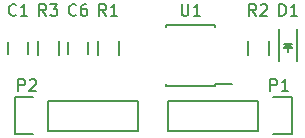
<source format=gbr>
G04 #@! TF.FileFunction,Legend,Top*
%FSLAX46Y46*%
G04 Gerber Fmt 4.6, Leading zero omitted, Abs format (unit mm)*
G04 Created by KiCad (PCBNEW 4.0.0-1rc2.201511201506+6189~38~ubuntu14.04.1-stable) date wo 25 nov 2015 23:52:55 CET*
%MOMM*%
G01*
G04 APERTURE LIST*
%ADD10C,0.100000*%
%ADD11C,0.150000*%
G04 APERTURE END LIST*
D10*
D11*
X251630000Y-132115000D02*
X251630000Y-131970000D01*
X247480000Y-132115000D02*
X247480000Y-131970000D01*
X247480000Y-126965000D02*
X247480000Y-127110000D01*
X251630000Y-126965000D02*
X251630000Y-127110000D01*
X251630000Y-132115000D02*
X247480000Y-132115000D01*
X251630000Y-126965000D02*
X247480000Y-126965000D01*
X251630000Y-131970000D02*
X253030000Y-131970000D01*
X257060000Y-127305000D02*
X257060000Y-130005000D01*
X258560000Y-127305000D02*
X258560000Y-130005000D01*
X257660000Y-128805000D02*
X257910000Y-128805000D01*
X257910000Y-128805000D02*
X257760000Y-128655000D01*
X258160000Y-128555000D02*
X257460000Y-128555000D01*
X257810000Y-128905000D02*
X257810000Y-129255000D01*
X257810000Y-128555000D02*
X258160000Y-128905000D01*
X258160000Y-128905000D02*
X257460000Y-128905000D01*
X257460000Y-128905000D02*
X257810000Y-128555000D01*
X255270000Y-133350000D02*
X247650000Y-133350000D01*
X255270000Y-135890000D02*
X247650000Y-135890000D01*
X258090000Y-136170000D02*
X256540000Y-136170000D01*
X247650000Y-133350000D02*
X247650000Y-135890000D01*
X255270000Y-135890000D02*
X255270000Y-133350000D01*
X256540000Y-133070000D02*
X258090000Y-133070000D01*
X258090000Y-133070000D02*
X258090000Y-136170000D01*
X237490000Y-135890000D02*
X245110000Y-135890000D01*
X237490000Y-133350000D02*
X245110000Y-133350000D01*
X234670000Y-133070000D02*
X236220000Y-133070000D01*
X245110000Y-135890000D02*
X245110000Y-133350000D01*
X237490000Y-133350000D02*
X237490000Y-135890000D01*
X236220000Y-136170000D02*
X234670000Y-136170000D01*
X234670000Y-136170000D02*
X234670000Y-133070000D01*
X234100000Y-128405000D02*
X234100000Y-129405000D01*
X235800000Y-129405000D02*
X235800000Y-128405000D01*
X239180000Y-128405000D02*
X239180000Y-129405000D01*
X240880000Y-129405000D02*
X240880000Y-128405000D01*
X243445000Y-128305000D02*
X243445000Y-129505000D01*
X241695000Y-129505000D02*
X241695000Y-128305000D01*
X254395000Y-129505000D02*
X254395000Y-128305000D01*
X256145000Y-128305000D02*
X256145000Y-129505000D01*
X238365000Y-128305000D02*
X238365000Y-129505000D01*
X236615000Y-129505000D02*
X236615000Y-128305000D01*
X248793095Y-125182381D02*
X248793095Y-125991905D01*
X248840714Y-126087143D01*
X248888333Y-126134762D01*
X248983571Y-126182381D01*
X249174048Y-126182381D01*
X249269286Y-126134762D01*
X249316905Y-126087143D01*
X249364524Y-125991905D01*
X249364524Y-125182381D01*
X250364524Y-126182381D02*
X249793095Y-126182381D01*
X250078809Y-126182381D02*
X250078809Y-125182381D01*
X249983571Y-125325238D01*
X249888333Y-125420476D01*
X249793095Y-125468095D01*
X257071905Y-126182381D02*
X257071905Y-125182381D01*
X257310000Y-125182381D01*
X257452858Y-125230000D01*
X257548096Y-125325238D01*
X257595715Y-125420476D01*
X257643334Y-125610952D01*
X257643334Y-125753810D01*
X257595715Y-125944286D01*
X257548096Y-126039524D01*
X257452858Y-126134762D01*
X257310000Y-126182381D01*
X257071905Y-126182381D01*
X258595715Y-126182381D02*
X258024286Y-126182381D01*
X258310000Y-126182381D02*
X258310000Y-125182381D01*
X258214762Y-125325238D01*
X258119524Y-125420476D01*
X258024286Y-125468095D01*
X256309905Y-132532381D02*
X256309905Y-131532381D01*
X256690858Y-131532381D01*
X256786096Y-131580000D01*
X256833715Y-131627619D01*
X256881334Y-131722857D01*
X256881334Y-131865714D01*
X256833715Y-131960952D01*
X256786096Y-132008571D01*
X256690858Y-132056190D01*
X256309905Y-132056190D01*
X257833715Y-132532381D02*
X257262286Y-132532381D01*
X257548000Y-132532381D02*
X257548000Y-131532381D01*
X257452762Y-131675238D01*
X257357524Y-131770476D01*
X257262286Y-131818095D01*
X234973905Y-132532381D02*
X234973905Y-131532381D01*
X235354858Y-131532381D01*
X235450096Y-131580000D01*
X235497715Y-131627619D01*
X235545334Y-131722857D01*
X235545334Y-131865714D01*
X235497715Y-131960952D01*
X235450096Y-132008571D01*
X235354858Y-132056190D01*
X234973905Y-132056190D01*
X235926286Y-131627619D02*
X235973905Y-131580000D01*
X236069143Y-131532381D01*
X236307239Y-131532381D01*
X236402477Y-131580000D01*
X236450096Y-131627619D01*
X236497715Y-131722857D01*
X236497715Y-131818095D01*
X236450096Y-131960952D01*
X235878667Y-132532381D01*
X236497715Y-132532381D01*
X234783334Y-126087143D02*
X234735715Y-126134762D01*
X234592858Y-126182381D01*
X234497620Y-126182381D01*
X234354762Y-126134762D01*
X234259524Y-126039524D01*
X234211905Y-125944286D01*
X234164286Y-125753810D01*
X234164286Y-125610952D01*
X234211905Y-125420476D01*
X234259524Y-125325238D01*
X234354762Y-125230000D01*
X234497620Y-125182381D01*
X234592858Y-125182381D01*
X234735715Y-125230000D01*
X234783334Y-125277619D01*
X235735715Y-126182381D02*
X235164286Y-126182381D01*
X235450000Y-126182381D02*
X235450000Y-125182381D01*
X235354762Y-125325238D01*
X235259524Y-125420476D01*
X235164286Y-125468095D01*
X239863334Y-126087143D02*
X239815715Y-126134762D01*
X239672858Y-126182381D01*
X239577620Y-126182381D01*
X239434762Y-126134762D01*
X239339524Y-126039524D01*
X239291905Y-125944286D01*
X239244286Y-125753810D01*
X239244286Y-125610952D01*
X239291905Y-125420476D01*
X239339524Y-125325238D01*
X239434762Y-125230000D01*
X239577620Y-125182381D01*
X239672858Y-125182381D01*
X239815715Y-125230000D01*
X239863334Y-125277619D01*
X240720477Y-125182381D02*
X240530000Y-125182381D01*
X240434762Y-125230000D01*
X240387143Y-125277619D01*
X240291905Y-125420476D01*
X240244286Y-125610952D01*
X240244286Y-125991905D01*
X240291905Y-126087143D01*
X240339524Y-126134762D01*
X240434762Y-126182381D01*
X240625239Y-126182381D01*
X240720477Y-126134762D01*
X240768096Y-126087143D01*
X240815715Y-125991905D01*
X240815715Y-125753810D01*
X240768096Y-125658571D01*
X240720477Y-125610952D01*
X240625239Y-125563333D01*
X240434762Y-125563333D01*
X240339524Y-125610952D01*
X240291905Y-125658571D01*
X240244286Y-125753810D01*
X242403334Y-126182381D02*
X242070000Y-125706190D01*
X241831905Y-126182381D02*
X241831905Y-125182381D01*
X242212858Y-125182381D01*
X242308096Y-125230000D01*
X242355715Y-125277619D01*
X242403334Y-125372857D01*
X242403334Y-125515714D01*
X242355715Y-125610952D01*
X242308096Y-125658571D01*
X242212858Y-125706190D01*
X241831905Y-125706190D01*
X243355715Y-126182381D02*
X242784286Y-126182381D01*
X243070000Y-126182381D02*
X243070000Y-125182381D01*
X242974762Y-125325238D01*
X242879524Y-125420476D01*
X242784286Y-125468095D01*
X255103334Y-126182381D02*
X254770000Y-125706190D01*
X254531905Y-126182381D02*
X254531905Y-125182381D01*
X254912858Y-125182381D01*
X255008096Y-125230000D01*
X255055715Y-125277619D01*
X255103334Y-125372857D01*
X255103334Y-125515714D01*
X255055715Y-125610952D01*
X255008096Y-125658571D01*
X254912858Y-125706190D01*
X254531905Y-125706190D01*
X255484286Y-125277619D02*
X255531905Y-125230000D01*
X255627143Y-125182381D01*
X255865239Y-125182381D01*
X255960477Y-125230000D01*
X256008096Y-125277619D01*
X256055715Y-125372857D01*
X256055715Y-125468095D01*
X256008096Y-125610952D01*
X255436667Y-126182381D01*
X256055715Y-126182381D01*
X237323334Y-126182381D02*
X236990000Y-125706190D01*
X236751905Y-126182381D02*
X236751905Y-125182381D01*
X237132858Y-125182381D01*
X237228096Y-125230000D01*
X237275715Y-125277619D01*
X237323334Y-125372857D01*
X237323334Y-125515714D01*
X237275715Y-125610952D01*
X237228096Y-125658571D01*
X237132858Y-125706190D01*
X236751905Y-125706190D01*
X237656667Y-125182381D02*
X238275715Y-125182381D01*
X237942381Y-125563333D01*
X238085239Y-125563333D01*
X238180477Y-125610952D01*
X238228096Y-125658571D01*
X238275715Y-125753810D01*
X238275715Y-125991905D01*
X238228096Y-126087143D01*
X238180477Y-126134762D01*
X238085239Y-126182381D01*
X237799524Y-126182381D01*
X237704286Y-126134762D01*
X237656667Y-126087143D01*
M02*

</source>
